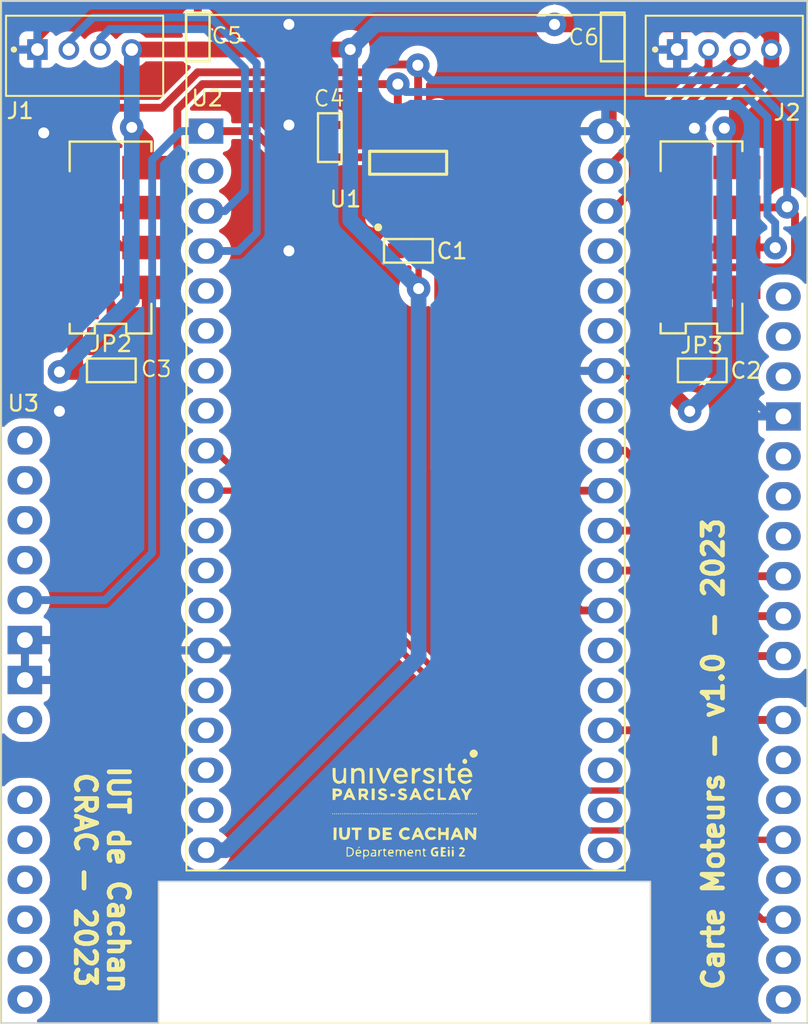
<source format=kicad_pcb>
(kicad_pcb (version 20211014) (generator pcbnew)
  (layers (0 "F.Cu" signal) (31 "B.Cu" signal) (34 "B.Paste" user) (35 "F.Paste" user) (36 "B.SilkS" user "B.Silkscreen") (37 "F.SilkS" user "F.Silkscreen") (38 "B.Mask" user) (39 "F.Mask" user) (44 "Edge.Cuts" user))
  (net 0 "")
  (net 1 "GND")
  (net 2 "+5V")
  (net 3 "/CAN_L")
  (net 4 "/CAN_H")
  (net 5 "/TX CAN")
  (net 6 "/RX CAN")
  (net 18 "+3V3")
  (net 19 "/M1 INA")
  (net 20 "/MOTD_CHA")
  (net 21 "/MOTD_CHB")
  (net 22 "/M1 INB")
  (net 23 "/M1PWM")
  (net 25 "/M1EN_DIAG")
  (net 26 "/M2INA")
  (net 27 "/M2INB")
  (net 28 "/M2PWM")
  (net 29 "/M2EN_DIAG")
  (net 35 "/MOTG_CHA")
  (net 36 "/MOTG_CHB")
  (footprint "Gamel_Trophy_v4re1.IntLib:0603-C" (layer "F.Cu") (at 147.74 78.41 -90)
    (fp_text reference "C4" (at -1.9 1.1 unlocked) (layer "F.SilkS") (effects (font (thickness 0.125)) (justify left bottom)))
    (fp_text value "100nF" hide)
    (pad "1" smd rect locked (at -0.799996 0.000003 270) (size 1 0.95) (layers "F.Cu" "F.Paste" "F.Mask") (net 1 "GND"))
    (pad "2" smd rect locked (at 0.800001 0.000003 270) (size 1 0.95) (layers "F.Cu" "F.Paste" "F.Mask") (net 18 "+3V3"))
  )
  (footprint "GROVE:SEEED_110990030" (layer "F.Cu") (at 172.84 72.81)
    (fp_text reference "J2" (at 4 4) (layer "F.SilkS"))
    (fp_text value "Autocom4" hide)
    (pad "1" thru_hole rect (at -3 0) (size 1.308 1.308) (drill 0.8) (layers *.Cu *.Mask) (net 1 "GND"))
    (pad "2" thru_hole circle (at -1 0) (size 1.308 1.308) (drill 0.8) (layers *.Cu *.Mask) (net 20 "/MOTD_CHA"))
    (pad "3" thru_hole circle (at 1 0) (size 1.308 1.308) (drill 0.8) (layers *.Cu *.Mask) (net 21 "/MOTD_CHB"))
    (pad "4" thru_hole circle (at 3 0) (size 1.308 1.308) (drill 0.8) (layers *.Cu *.Mask) (net 2 "+5V"))
  )
  (footprint "Gamel_Trophy_v4re1.IntLib:0603-C" (layer "F.Cu") (at 139.34 72.01 -90)
    (fp_text reference "C5" (at 0.5 -0.8 unlocked) (layer "F.SilkS") (effects (font (thickness 0.125)) (justify left bottom)))
    (fp_text value "100nF" hide)
    (pad "1" smd rect locked (at -0.799996 0.000003 270) (size 1 0.95) (layers "F.Cu" "F.Paste" "F.Mask") (net 1 "GND"))
    (pad "2" smd rect locked (at 0.800001 0.000003 270) (size 1 0.95) (layers "F.Cu" "F.Paste" "F.Mask") (net 2 "+5V"))
  )
  (footprint "FootprintGe2:MODULE_ESP32-DEVKITC-32D" (layer "F.Cu") (at 152.5675 97.76)
    (fp_text reference "U2" (at -12.6275 -21.85) (layer "F.SilkS") (effects (font (size 1.000386 1.000386))))
    (fp_text value "ESP32-DEVKITC-32D" hide)
    (pad "1" thru_hole rect locked (at -12.7 -19.76) (size 2.2 1.6) (drill 1.04) (layers *.Cu *.Mask) (net 18 "+3V3"))
    (pad "2" thru_hole oval locked (at -12.7 -17.22) (size 2.2 1.6) (drill 1.04) (layers *.Cu *.Mask))
    (pad "3" thru_hole oval locked (at -12.7 -14.68) (size 2.2 1.6) (drill 1.04) (layers *.Cu *.Mask) (net 36 "/MOTG_CHB"))
    (pad "4" thru_hole oval locked (at -12.7 -12.14) (size 2.2 1.6) (drill 1.04) (layers *.Cu *.Mask) (net 35 "/MOTG_CHA"))
    (pad "5" thru_hole oval locked (at -12.7 -9.6) (size 2.2 1.6) (drill 1.04) (layers *.Cu *.Mask))
    (pad "6" thru_hole oval locked (at -12.7 -7.06) (size 2.2 1.6) (drill 1.04) (layers *.Cu *.Mask))
    (pad "7" thru_hole oval locked (at -12.7 -4.52) (size 2.2 1.6) (drill 1.04) (layers *.Cu *.Mask))
    (pad "8" thru_hole oval locked (at -12.7 -1.98) (size 2.2 1.6) (drill 1.04) (layers *.Cu *.Mask))
    (pad "9" thru_hole oval locked (at -12.7 0.56) (size 2.2 1.6) (drill 1.04) (layers *.Cu *.Mask) (net 22 "/M1 INB"))
    (pad "10" thru_hole oval locked (at -12.7 3.1) (size 2.2 1.6) (drill 1.04) (layers *.Cu *.Mask) (net 19 "/M1 INA"))
    (pad "11" thru_hole oval locked (at -12.7 5.64) (size 2.2 1.6) (drill 1.04) (layers *.Cu *.Mask))
    (pad "12" thru_hole oval locked (at -12.7 8.18) (size 2.2 1.6) (drill 1.04) (layers *.Cu *.Mask))
    (pad "13" thru_hole oval locked (at -12.7 10.72) (size 2.2 1.6) (drill 1.04) (layers *.Cu *.Mask))
    (pad "14" thru_hole oval locked (at -12.7 13.26) (size 2.2 1.6) (drill 1.04) (layers *.Cu *.Mask) (net 1 "GND"))
    (pad "15" thru_hole oval locked (at -12.7 15.8) (size 2.2 1.6) (drill 1.04) (layers *.Cu *.Mask))
    (pad "16" thru_hole oval locked (at -12.7 18.34) (size 2.2 1.6) (drill 1.04) (layers *.Cu *.Mask))
    (pad "17" thru_hole oval locked (at -12.7 20.88) (size 2.2 1.6) (drill 1.04) (layers *.Cu *.Mask))
    (pad "18" thru_hole oval locked (at -12.7 23.42) (size 2.2 1.6) (drill 1.04) (layers *.Cu *.Mask))
    (pad "19" thru_hole oval locked (at -12.7 25.96) (size 2.2 1.6) (drill 1.04) (layers *.Cu *.Mask) (net 2 "+5V"))
    (pad "20" thru_hole oval locked (at 12.7 -19.76) (size 2.2 1.6) (drill 1.04) (layers *.Cu *.Mask) (net 1 "GND"))
    (pad "21" thru_hole oval locked (at 12.7 -17.22) (size 2.2 1.6) (drill 1.04) (layers *.Cu *.Mask) (net 20 "/MOTD_CHA"))
    (pad "22" thru_hole oval locked (at 12.7 -14.68) (size 2.2 1.6) (drill 1.04) (layers *.Cu *.Mask) (net 21 "/MOTD_CHB"))
    (pad "23" thru_hole oval locked (at 12.7 -12.14) (size 2.2 1.6) (drill 1.04) (layers *.Cu *.Mask))
    (pad "24" thru_hole oval locked (at 12.7 -9.6) (size 2.2 1.6) (drill 1.04) (layers *.Cu *.Mask))
    (pad "25" thru_hole oval locked (at 12.7 -7.06) (size 2.2 1.6) (drill 1.04) (layers *.Cu *.Mask))
    (pad "26" thru_hole oval locked (at 12.7 -4.52) (size 2.2 1.6) (drill 1.04) (layers *.Cu *.Mask) (net 1 "GND"))
    (pad "27" thru_hole oval locked (at 12.7 -1.98) (size 2.2 1.6) (drill 1.04) (layers *.Cu *.Mask))
    (pad "28" thru_hole oval locked (at 12.7 0.56) (size 2.2 1.6) (drill 1.04) (layers *.Cu *.Mask) (net 28 "/M2PWM"))
    (pad "29" thru_hole oval locked (at 12.7 3.1) (size 2.2 1.6) (drill 1.04) (layers *.Cu *.Mask) (net 5 "/TX CAN"))
    (pad "30" thru_hole oval locked (at 12.7 5.64) (size 2.2 1.6) (drill 1.04) (layers *.Cu *.Mask) (net 23 "/M1PWM"))
    (pad "31" thru_hole oval locked (at 12.7 8.18) (size 2.2 1.6) (drill 1.04) (layers *.Cu *.Mask) (net 27 "/M2INB"))
    (pad "32" thru_hole oval locked (at 12.7 10.72) (size 2.2 1.6) (drill 1.04) (layers *.Cu *.Mask) (net 6 "/RX CAN"))
    (pad "33" thru_hole oval locked (at 12.7 13.26) (size 2.2 1.6) (drill 1.04) (layers *.Cu *.Mask))
    (pad "34" thru_hole oval locked (at 12.7 15.8) (size 2.2 1.6) (drill 1.04) (layers *.Cu *.Mask))
    (pad "35" thru_hole oval locked (at 12.7 18.34) (size 2.2 1.6) (drill 1.04) (layers *.Cu *.Mask) (net 26 "/M2INA"))
    (pad "36" thru_hole oval locked (at 12.7 20.88) (size 2.2 1.6) (drill 1.04) (layers *.Cu *.Mask))
    (pad "37" thru_hole oval locked (at 12.7 23.42) (size 2.2 1.6) (drill 1.04) (layers *.Cu *.Mask))
    (pad "38" thru_hole oval locked (at 12.7 25.96) (size 2.2 1.6) (drill 1.04) (layers *.Cu *.Mask))
  )
  (footprint "new:logo" (layer "F.Cu") (at 152.54 121.71)
    (fp_text reference "G***" hide)
    (fp_text value "LOGO" hide)
  )
  (footprint "C:_ProgramData_Altium_Altium Designer {91CCA5E7-F8A9-4A8E-AA86-1D88F44FA42C}_VaultsFileCache_B7D15EC3-160A-466F-A46C-7801FE6295A7_FB88017A-93AF-48E0-A4ED-AC0901C9B691_Released_FP-C04-057-SN-IPC_A.PcbLib_FP-C04-057-SN-IPC_A" (layer "F.Cu") (at 152.725 80.01 90)
    (fp_text reference "U1" (at -2.9 -5.085 unlocked) (layer "F.SilkS") (effects (justify left bottom)))
    (fp_text value "MCP2562FDT-E/SN" hide)
    (pad "1" smd rect locked (at -2.417531 -1.905 90) (size 2.377069 0.622132) (layers "F.Cu" "F.Paste" "F.Mask") (net 5 "/TX CAN"))
    (pad "2" smd roundrect locked (at -2.417531 -0.635 90) (size 2.377069 0.622132) (layers "F.Cu" "F.Paste" "F.Mask") (roundrect_rratio 0.5) (net 1 "GND"))
    (pad "3" smd roundrect locked (at -2.417531 0.635 90) (size 2.377069 0.622132) (layers "F.Cu" "F.Paste" "F.Mask") (roundrect_rratio 0.5) (net 2 "+5V"))
    (pad "4" smd roundrect locked (at -2.417531 1.905 90) (size 2.377069 0.622132) (layers "F.Cu" "F.Paste" "F.Mask") (roundrect_rratio 0.5) (net 6 "/RX CAN"))
    (pad "5" smd roundrect locked (at 2.417531 1.905 90) (size 2.377069 0.622132) (layers "F.Cu" "F.Paste" "F.Mask") (roundrect_rratio 0.5) (net 18 "+3V3"))
    (pad "6" smd roundrect locked (at 2.417531 0.635 90) (size 2.377069 0.622132) (layers "F.Cu" "F.Paste" "F.Mask") (roundrect_rratio 0.5) (net 3 "/CAN_L"))
    (pad "7" smd roundrect locked (at 2.417531 -0.635 90) (size 2.377069 0.622132) (layers "F.Cu" "F.Paste" "F.Mask") (roundrect_rratio 0.5) (net 4 "/CAN_H"))
    (pad "8" smd roundrect locked (at 2.417531 -1.905 90) (size 2.377069 0.622132) (layers "F.Cu" "F.Paste" "F.Mask") (roundrect_rratio 0.5) (net 1 "GND"))
  )
  (footprint "Gamel_Trophy_v4re1.IntLib:0603-C" (layer "F.Cu") (at 133.84 93.21 180)
    (fp_text reference "C3" (at -1.8 -0.5 unlocked) (layer "F.SilkS") (effects (font (thickness 0.125)) (justify left bottom)))
    (fp_text value "100nF" hide)
    (pad "1" smd rect locked (at -0.799996 0.000003 180) (size 1 0.95) (layers "F.Cu" "F.Paste" "F.Mask") (net 1 "GND"))
    (pad "2" smd rect locked (at 0.800001 0.000003 180) (size 1 0.95) (layers "F.Cu" "F.Paste" "F.Mask") (net 2 "+5V"))
  )
  (footprint "Gamel_Trophy_v4re1.IntLib:0603-C" (layer "F.Cu") (at 165.74 72.01 90)
    (fp_text reference "C6" (at -0.6 -2.9 unlocked) (layer "F.SilkS") (effects (font (thickness 0.125)) (justify left bottom)))
    (fp_text value "100nF" hide)
    (pad "1" smd rect locked (at -0.799996 0.000003 90) (size 1 0.95) (layers "F.Cu" "F.Paste" "F.Mask") (net 1 "GND"))
    (pad "2" smd rect locked (at 0.800001 0.000003 90) (size 1 0.95) (layers "F.Cu" "F.Paste" "F.Mask") (net 2 "+5V"))
  )
  (footprint "micromatch 8P.PcbLib:MM 8 CMS F" (layer "F.Cu") (at 131.54 89.21 -90)
    (fp_text reference "JP2" (at 2.9 -0.8 unlocked) (layer "F.SilkS") (effects (justify left bottom)))
    (fp_text value "Micromatch 8" hide)
    (pad "1" smd rect locked (at 0 0 270) (size 1.5 3) (layers "F.Cu" "F.Paste" "F.Mask") (net 2 "+5V"))
    (pad "2" smd rect locked (at -1.27 -4.500001 270) (size 1.5 3) (layers "F.Cu" "F.Paste" "F.Mask") (net 1 "GND"))
    (pad "3" smd rect locked (at -2.54 0 270) (size 1.5 3) (layers "F.Cu" "F.Paste" "F.Mask") (net 3 "/CAN_L"))
    (pad "4" smd rect locked (at -3.81 -4.500001 270) (size 1.5 3) (layers "F.Cu" "F.Paste" "F.Mask") (net 4 "/CAN_H"))
    (pad "5" smd rect locked (at -5.08 0 270) (size 1.5 3) (layers "F.Cu" "F.Paste" "F.Mask") (net 4 "/CAN_H"))
    (pad "6" smd rect locked (at -6.35 -4.500001 270) (size 1.5 3) (layers "F.Cu" "F.Paste" "F.Mask") (net 3 "/CAN_L"))
    (pad "7" smd rect locked (at -7.62 0 270) (size 1.499997 3) (layers "F.Cu" "F.Paste" "F.Mask") (net 1 "GND"))
    (pad "8" smd rect locked (at -8.89 -4.500001 270) (size 1.499997 3) (layers "F.Cu" "F.Paste" "F.Mask") (net 2 "+5V"))
  )
  (footprint "Gamel_Trophy_v4re1.IntLib:0603-C" (layer "F.Cu") (at 171.44 93.21 180)
    (fp_text reference "C2" (at -1.7 -0.6 unlocked) (layer "F.SilkS") (effects (justify left bottom)))
    (fp_text value "100nF" hide)
    (pad "1" smd rect locked (at -0.799996 0.000003 180) (size 1 0.95) (layers "F.Cu" "F.Paste" "F.Mask") (net 1 "GND"))
    (pad "2" smd rect locked (at 0.800001 0.000003 180) (size 1 0.95) (layers "F.Cu" "F.Paste" "F.Mask") (net 2 "+5V"))
  )
  (footprint "GROVE:SEEED_110990030" (layer "F.Cu") (at 132.14 72.81)
    (fp_text reference "J1" (at -4.1 3.9) (layer "F.SilkS"))
    (fp_text value "Autocom4")
    (pad "1" thru_hole rect (at -3 0) (size 1.308 1.308) (drill 0.8) (layers *.Cu *.Mask) (net 1 "GND"))
    (pad "2" thru_hole circle (at -1 0) (size 1.308 1.308) (drill 0.8) (layers *.Cu *.Mask) (net 35 "/MOTG_CHA"))
    (pad "3" thru_hole circle (at 1 0) (size 1.308 1.308) (drill 0.8) (layers *.Cu *.Mask) (net 36 "/MOTG_CHB"))
    (pad "4" thru_hole circle (at 3 0) (size 1.308 1.308) (drill 0.8) (layers *.Cu *.Mask) (net 2 "+5V"))
  )
  (footprint "micromatch 8P.PcbLib:MM 8 CMS F" (layer "F.Cu") (at 169.139998 89.2 -90)
    (fp_text reference "JP3" (at 3.01 -0.800002 unlocked) (layer "F.SilkS") (effects (justify left bottom)))
    (fp_text value "Micromatch 8" hide)
    (pad "1" smd rect locked (at 0 0 270) (size 1.5 3) (layers "F.Cu" "F.Paste" "F.Mask") (net 2 "+5V"))
    (pad "2" smd rect locked (at -1.27 -4.500002 270) (size 1.5 3) (layers "F.Cu" "F.Paste" "F.Mask") (net 1 "GND"))
    (pad "3" smd rect locked (at -2.54 0 270) (size 1.5 3) (layers "F.Cu" "F.Paste" "F.Mask") (net 3 "/CAN_L"))
    (pad "4" smd rect locked (at -3.81 -4.500002 270) (size 1.5 3) (layers "F.Cu" "F.Paste" "F.Mask") (net 4 "/CAN_H"))
    (pad "5" smd rect locked (at -5.08 0 270) (size 1.5 3) (layers "F.Cu" "F.Paste" "F.Mask") (net 4 "/CAN_H"))
    (pad "6" smd rect locked (at -6.35 -4.500002 270) (size 1.5 3) (layers "F.Cu" "F.Paste" "F.Mask") (net 3 "/CAN_L"))
    (pad "7" smd rect locked (at -7.62 0 270) (size 1.499997 3) (layers "F.Cu" "F.Paste" "F.Mask") (net 1 "GND"))
    (pad "8" smd rect locked (at -8.89 -4.500002 270) (size 1.499997 3) (layers "F.Cu" "F.Paste" "F.Mask") (net 2 "+5V"))
  )
  (footprint "Gamel_Trophy_v4re1.IntLib:0603-C" (layer "F.Cu") (at 152.74 85.609977)
    (fp_text reference "C1" (at 1.7 0.600023 unlocked) (layer "F.SilkS") (effects (justify left bottom)))
    (fp_text value "100nF" hide)
    (pad "1" smd rect locked (at -0.799996 0.000003) (size 1 0.95) (layers "F.Cu" "F.Paste" "F.Mask") (net 1 "GND"))
    (pad "2" smd rect locked (at 0.800001 0.000003) (size 1 0.95) (layers "F.Cu" "F.Paste" "F.Mask") (net 2 "+5V"))
  )
  (footprint "FootprintCRAC:POLOLU-2507" (layer "F.Cu") (at 153.741 105.281 -90)
    (fp_text reference "U3" (at -9.971 25.501 unlocked) (layer "F.SilkS"))
    (fp_text value "POLOLU-2507" hide)
    (pad "1" thru_hole oval (at -7.62 25.4) (size 2.2 1.8) (drill 1) (layers *.Cu *.Mask))
    (pad "2" thru_hole oval (at -5.08 25.4) (size 2.2 1.8) (drill 1) (layers *.Cu *.Mask))
    (pad "3" thru_hole oval (at -2.54 25.4) (size 2.2 1.8) (drill 1) (layers *.Cu *.Mask))
    (pad "4" thru_hole oval (at 0 25.4) (size 2.2 1.8) (drill 1) (layers *.Cu *.Mask))
    (pad "5" thru_hole oval (at 2.54 25.4) (size 2.2 1.8) (drill 1) (layers *.Cu *.Mask) (net 18 "+3V3"))
    (pad "6" thru_hole rect (at 5.08 25.4) (size 2.2 1.8) (drill 1) (layers *.Cu *.Mask) (net 1 "GND"))
    (pad "7" thru_hole rect (at 7.62 25.4) (size 2.2 1.8) (drill 1) (layers *.Cu *.Mask) (net 1 "GND"))
    (pad "8" thru_hole oval (at 10.16 25.4) (size 2.2 1.8) (drill 1) (layers *.Cu *.Mask))
    (pad "9" thru_hole oval (at 15.24 25.4) (size 2.2 1.8) (drill 1) (layers *.Cu *.Mask))
    (pad "10" thru_hole oval (at 17.78 25.4) (size 2.2 1.8) (drill 1) (layers *.Cu *.Mask))
    (pad "11" thru_hole oval (at 20.32 25.4) (size 2.2 1.8) (drill 1) (layers *.Cu *.Mask))
    (pad "12" thru_hole oval (at 22.86 25.4) (size 2.2 1.8) (drill 1) (layers *.Cu *.Mask))
    (pad "13" thru_hole oval (at 25.4 25.4) (size 2.2 1.8) (drill 1) (layers *.Cu *.Mask))
    (pad "14" thru_hole oval (at 27.94 25.4) (size 2.2 1.8) (drill 1) (layers *.Cu *.Mask))
    (pad "15" thru_hole oval (at 27.94 -22.86) (size 2.2 1.8) (drill 1) (layers *.Cu *.Mask))
    (pad "16" thru_hole oval (at 25.4 -22.86) (size 2.2 1.8) (drill 1) (layers *.Cu *.Mask))
    (pad "17" thru_hole oval (at 22.86 -22.86) (size 2.2 1.8) (drill 1) (layers *.Cu *.Mask) (net 19 "/M1 INA"))
    (pad "18" thru_hole oval (at 20.32 -22.86) (size 2.2 1.8) (drill 1) (layers *.Cu *.Mask))
    (pad "19" thru_hole oval (at 17.78 -22.86) (size 2.2 1.8) (drill 1) (layers *.Cu *.Mask) (net 22 "/M1 INB"))
    (pad "20" thru_hole oval (at 15.24 -22.86) (size 2.2 1.8) (drill 1) (layers *.Cu *.Mask))
    (pad "21" thru_hole oval (at 12.7 -22.86) (size 2.2 1.8) (drill 1) (layers *.Cu *.Mask) (net 25 "/M1EN_DIAG"))
    (pad "22" thru_hole oval (at 10.16 -22.86) (size 2.2 1.8) (drill 1) (layers *.Cu *.Mask) (net 26 "/M2INA"))
    (pad "23" thru_hole oval (at 6.1 -22.86) (size 2.2 1.8) (drill 1) (layers *.Cu *.Mask) (net 27 "/M2INB"))
    (pad "24" thru_hole oval (at 3.56 -22.86) (size 2.2 1.8) (drill 1) (layers *.Cu *.Mask) (net 23 "/M1PWM"))
    (pad "25" thru_hole oval (at 1.02 -22.86) (size 2.2 1.8) (drill 1) (layers *.Cu *.Mask) (net 28 "/M2PWM"))
    (pad "26" thru_hole oval (at -1.52 -22.86) (size 2.2 1.8) (drill 1) (layers *.Cu *.Mask))
    (pad "27" thru_hole oval (at -4.06 -22.86) (size 2.2 1.8) (drill 1) (layers *.Cu *.Mask) (net 29 "/M2EN_DIAG"))
    (pad "28" thru_hole oval (at -6.6 -22.86) (size 2.2 1.8) (drill 1) (layers *.Cu *.Mask))
    (pad "29" thru_hole rect (at -9.14 -22.86) (size 2.2 1.8) (drill 1) (layers *.Cu *.Mask) (net 1 "GND"))
    (pad "30" thru_hole oval (at -11.68 -22.86) (size 2.2 1.8) (drill 1) (layers *.Cu *.Mask))
    (pad "31" thru_hole oval (at -14.224 -22.86) (size 2.2 1.8) (drill 1) (layers *.Cu *.Mask))
    (pad "32" thru_hole oval (at -16.764 -22.86) (size 2.2 1.8) (drill 1) (layers *.Cu *.Mask))
  )
  (gr_poly (pts (xy 178.14 134.71) (xy 168.14 134.71) (xy 168.14 125.71) (xy 136.84 125.71) (xy 136.84 134.71) (xy 126.84 134.71) (xy 126.84 69.71) (xy 178.14 69.71)) (layer "Edge.Cuts") (width 0.1) (fill none))
  (gr_text "IUT de Cachan\nCRAC - 2023" (at 133.24 125.61 270) (layer "F.SilkS") (effects (font (size 1.3 1.3) (thickness 0.3))))
  (gr_text "Carte Moteurs - v1.0 - 2023" (at 172.14 117.61 90) (layer "F.SilkS") (effects (font (size 1.3 1.3) (thickness 0.3))))
  (segment (start 165.740003 72.809996) (end 165.740003 77.527497) (width 0.5) (layer "F.Cu") (net 1))
  (segment (start 169.34 98.01) (end 172.102 98.01) (width 0.5) (layer "F.Cu") (net 1))
  (segment (start 158.340004 71.210004) (end 159.939996 72.809996) (width 0.5) (layer "F.Cu") (net 1))
  (segment (start 134.639996 95.810004) (end 134.64 95.810008) (width 0.5) (layer "F.Cu") (net 1))
  (segment (start 159.939996 72.809996) (end 165.740003 72.809996) (width 0.5) (layer "F.Cu") (net 1))
  (segment (start 166.47 93.24) (end 168.44 95.21) (width 0.5) (layer "F.Cu") (net 1))
  (segment (start 152.09 85.459984) (end 151.940004 85.60998) (width 0.5) (layer "F.Cu") (net 1))
  (segment (start 152.940004 71.210004) (end 158.340004 71.210004) (width 0.5) (layer "F.Cu") (net 1))
  (segment (start 170.94 77.81) (end 170.44 77.81) (width 0.5) (layer "F.Cu") (net 1))
  (segment (start 128.341 110.361) (end 134.591 110.361) (width 0.5) (layer "F.Cu") (net 1))
  (segment (start 135.25 111.02) (end 139.8675 111.02) (width 0.5) (layer "F.Cu") (net 1))
  (segment (start 168.44 97.11) (end 169.34 98.01) (width 0.5) (layer "F.Cu") (net 1))
  (segment (start 134.639996 93.209997) (end 134.639996 95.810004) (width 0.5) (layer "F.Cu") (net 1))
  (segment (start 165.740003 77.527497) (end 165.2675 78) (width 0.5) (layer "F.Cu") (net 1))
  (segment (start 129.14 72.11) (end 129.14 72.81) (width 0.5) (layer "F.Cu") (net 1))
  (segment (start 170.44 77.81) (end 169.139998 79.110002) (width 0.5) (layer "F.Cu") (net 1))
  (segment (start 128.341 110.361) (end 128.341 112.901) (width 0.5) (layer "F.Cu") (net 1))
  (segment (start 129.54 78.11) (end 129.54 79.59) (width 0.5) (layer "F.Cu") (net 1))
  (segment (start 139.339997 71.210004) (end 145.139996 71.210004) (width 0.5) (layer "F.Cu") (net 1))
  (segment (start 147.739997 77.610004) (end 145.140004 77.610004) (width 0.5) (layer "F.Cu") (net 1))
  (segment (start 136.040001 91.809992) (end 134.639996 93.209997) (width 0.5) (layer "F.Cu") (net 1))
  (segment (start 134.64 95.810008) (end 134.64 110.31) (width 0.5) (layer "F.Cu") (net 1))
  (segment (start 136.040001 87.94) (end 136.040001 91.809992) (width 0.5) (layer "F.Cu") (net 1))
  (segment (start 145.14002 85.60998) (end 151.940004 85.60998) (width 0.5) (layer "F.Cu") (net 1))
  (segment (start 129.54 79.59) (end 131.54 81.59) (width 0.5) (layer "F.Cu") (net 1))
  (segment (start 173.64 91.809993) (end 172.239996 93.209997) (width 0.5) (layer "F.Cu") (net 1))
  (segment (start 169.139998 79.110002) (end 169.139998 81.58) (width 0.5) (layer "F.Cu") (net 1))
  (segment (start 176.601 96.141) (end 173.971 96.141) (width 0.5) (layer "F.Cu") (net 1))
  (segment (start 130.039996 71.210004) (end 129.14 72.11) (width 0.5) (layer "F.Cu") (net 1))
  (segment (start 165.2675 93.24) (end 166.47 93.24) (width 0.5) (layer "F.Cu") (net 1))
  (segment (start 165.740003 72.809996) (end 169.839996 72.809996) (width 0.5) (layer "F.Cu") (net 1))
  (segment (start 147.739997 77.610004) (end 150.802465 77.610004) (width 0.5) (layer "F.Cu") (net 1))
  (segment (start 139.339997 71.210004) (end 130.039996 71.210004) (width 0.5) (layer "F.Cu") (net 1))
  (segment (start 134.591 110.361) (end 135.25 111.02) (width 0.5) (layer "F.Cu") (net 1))
  (segment (start 130.54 95.81) (end 134.639992 95.81) (width 0.5) (layer "F.Cu") (net 1))
  (segment (start 152.09 82.427531) (end 152.09 85.459984) (width 0.5) (layer "F.Cu") (net 1))
  (segment (start 172.239996 94.409996) (end 172.239996 93.209997) (width 0.5) (layer "F.Cu") (net 1))
  (segment (start 173.971 96.141) (end 172.239996 94.409996) (width 0.5) (layer "F.Cu") (net 1))
  (segment (start 134.639992 95.81) (end 134.639996 95.810004) (width 0.5) (layer "F.Cu") (net 1))
  (segment (start 169.839996 72.809996) (end 169.84 72.81) (width 0.5) (layer "F.Cu") (net 1))
  (segment (start 145.140004 77.610004) (end 145.14 77.61) (width 0.5) (layer "F.Cu") (net 1))
  (segment (start 145.139996 71.210004) (end 152.940004 71.210004) (width 0.5) (layer "F.Cu") (net 1))
  (segment (start 168.44 95.21) (end 168.44 97.11) (width 0.5) (layer "F.Cu") (net 1))
  (segment (start 145.14 85.61) (end 145.14002 85.60998) (width 0.5) (layer "F.Cu") (net 1))
  (segment (start 173.64 87.93) (end 173.64 91.809993) (width 0.5) (layer "F.Cu") (net 1))
  (segment (start 150.802465 77.610004) (end 150.82 77.592469) (width 0.5) (layer "F.Cu") (net 1))
  (segment (start 172.102 98.01) (end 173.971 96.141) (width 0.5) (layer "F.Cu") (net 1))
  (via (at 170.94 77.81) (size 1.5) (drill 0.7) (layers "F.Cu" "B.Cu") (net 1))
  (via (at 129.54 78.11) (size 1.5) (drill 0.7) (layers "F.Cu" "B.Cu") (net 1))
  (via (at 145.139996 71.210004) (size 1.5) (drill 0.7) (layers "F.Cu" "B.Cu") (net 1))
  (via (at 130.54 95.81) (size 1.5) (drill 0.7) (layers "F.Cu" "B.Cu") (net 1))
  (via (at 145.14 85.61) (size 1.5) (drill 0.7) (layers "F.Cu" "B.Cu") (net 1))
  (via (at 145.14 77.61) (size 1.5) (drill 0.7) (layers "F.Cu" "B.Cu") (net 1))
  (segment (start 145.14 71.210008) (end 145.139996 71.210004) (width 0.5) (layer "B.Cu") (net 1))
  (segment (start 165.2675 78) (end 170.75 78) (width 0.5) (layer "B.Cu") (net 1))
  (segment (start 129.29 78.36) (end 129.54 78.11) (width 0.5) (layer "B.Cu") (net 1))
  (segment (start 129.29 94.56) (end 129.29 78.36) (width 0.5) (layer "B.Cu") (net 1))
  (segment (start 129.14 77.71) (end 129.54 78.11) (width 0.5) (layer "B.Cu") (net 1))
  (segment (start 130.54 95.81) (end 129.29 94.56) (width 0.5) (layer "B.Cu") (net 1))
  (segment (start 172.34 76.41) (end 173.81868 76.41) (width 0.5) (layer "B.Cu") (net 1))
  (segment (start 173.81868 76.41) (end 174.44 77.03132) (width 0.5) (layer "B.Cu") (net 1))
  (segment (start 175.771 96.141) (end 176.601 96.141) (width 0.5) (layer "B.Cu") (net 1))
  (segment (start 174.44 77.03132) (end 174.44 94.81) (width 0.5) (layer "B.Cu") (net 1))
  (segment (start 170.75 78) (end 170.94 77.81) (width 0.5) (layer "B.Cu") (net 1))
  (segment (start 129.14 72.81) (end 129.14 77.71) (width 0.5) (layer "B.Cu") (net 1))
  (segment (start 145.14 77.61) (end 145.14 85.61) (width 0.5) (layer "B.Cu") (net 1))
  (segment (start 174.44 94.81) (end 175.771 96.141) (width 0.5) (layer "B.Cu") (net 1))
  (segment (start 170.94 77.81) (end 172.34 76.41) (width 0.5) (layer "B.Cu") (net 1))
  (segment (start 145.14 77.61) (end 145.14 71.210008) (width 0.5) (layer "B.Cu") (net 1))
  (segment (start 169.239993 93.209997) (end 169.139998 93.110002) (width 1) (layer "F.Cu") (net 2))
  (segment (start 153.3905 88.01) (end 153.3905 85.759481) (width 0.4) (layer "F.Cu") (net 2))
  (segment (start 169.139998 94.309998) (end 170.64 95.81) (width 1) (layer "F.Cu") (net 2))
  (segment (start 153.36 82.427531) (end 153.36 85.429979) (width 0.5) (layer "F.Cu") (net 2))
  (segment (start 169.139998 93.110002) (end 169.139998 94.309998) (width 1) (layer "F.Cu") (net 2))
  (segment (start 131.54 93.31) (end 132.939996 93.31) (width 1) (layer "F.Cu") (net 2))
  (segment (start 136.040001 78.659501) (end 135.14 77.7595) (width 1) (layer "F.Cu") (net 2))
  (segment (start 131.54 89.21) (end 131.54 93.31) (width 1) (layer "F.Cu") (net 2))
  (segment (start 132.939996 93.31) (end 133.039999 93.209997) (width 1) (layer "F.Cu") (net 2))
  (segment (start 165.740003 71.209999) (end 162.04 71.21) (width 1) (layer "F.Cu") (net 2))
  (segment (start 175.84 74.11) (end 175.84 72.81) (width 1) (layer "F.Cu") (net 2))
  (segment (start 173.64 80.31) (end 173.64 77.81) (width 1) (layer "F.Cu") (net 2))
  (segment (start 175.84 71.91) (end 175.84 72.81) (width 1) (layer "F.Cu") (net 2))
  (segment (start 136.040001 80.32) (end 136.040001 78.659501) (width 1) (layer "F.Cu") (net 2))
  (segment (start 173.64 76.31) (end 175.84 74.11) (width 1) (layer "F.Cu") (net 2))
  (segment (start 131.54 93.31) (end 130.54 93.31) (width 1) (layer "F.Cu") (net 2))
  (segment (start 169.139998 89.2) (end 169.139998 93.110002) (width 1) (layer "F.Cu") (net 2))
  (segment (start 175.139999 71.209999) (end 175.84 71.91) (width 1) (layer "F.Cu") (net 2))
  (segment (start 153.3905 85.759481) (end 153.540001 85.60998) (width 0.4) (layer "F.Cu") (net 2))
  (segment (start 172.84 77.81) (end 173.64 77.81) (width 1) (layer "F.Cu") (net 2))
  (segment (start 170.639999 93.209997) (end 169.239993 93.209997) (width 1) (layer "F.Cu") (net 2))
  (segment (start 153.36 85.429979) (end 153.540001 85.60998) (width 0.5) (layer "F.Cu") (net 2))
  (segment (start 165.740003 71.209999) (end 175.139999 71.209999) (width 1) (layer "F.Cu") (net 2))
  (segment (start 135.14 72.81) (end 149.04 72.81) (width 1) (layer "F.Cu") (net 2))
  (segment (start 173.64 77.81) (end 173.64 76.31) (width 1) (layer "F.Cu") (net 2))
  (via (at 153.3905 88.01) (size 1.5) (drill 0.7) (layers "F.Cu" "B.Cu") (net 2))
  (via (at 172.84 77.81) (size 1.5) (drill 0.7) (layers "F.Cu" "B.Cu") (net 2))
  (via (at 170.64 95.81) (size 1.5) (drill 0.7) (layers "F.Cu" "B.Cu") (net 2))
  (via (at 149.04 72.81) (size 1.5) (drill 0.7) (layers "F.Cu" "B.Cu") (net 2))
  (via (at 135.14 77.7595) (size 1.5) (drill 0.7) (layers "F.Cu" "B.Cu") (net 2))
  (via (at 130.54 93.31) (size 1.5) (drill 0.7) (layers "F.Cu" "B.Cu") (net 2))
  (via (at 162.04 71.21) (size 1.5) (drill 0.7) (layers "F.Cu" "B.Cu") (net 2))
  (segment (start 149.04 83.6595) (end 153.3905 88.01) (width 1) (layer "B.Cu") (net 2))
  (segment (start 141.13 123.72) (end 139.8675 123.72) (width 1) (layer "B.Cu") (net 2))
  (segment (start 153.3905 111.4595) (end 141.13 123.72) (width 1) (layer "B.Cu") (net 2))
  (segment (start 150.64 71.21) (end 149.04 72.81) (width 1) (layer "B.Cu") (net 2))
  (segment (start 162.04 71.21) (end 150.64 71.21) (width 1) (layer "B.Cu") (net 2))
  (segment (start 135.14 77.7595) (end 135.14 88.71) (width 1) (layer "B.Cu") (net 2))
  (segment (start 135.14 72.81) (end 135.14 77.7595) (width 1) (layer "B.Cu") (net 2))
  (segment (start 153.3905 88.01) (end 153.3905 111.4595) (width 1) (layer "B.Cu") (net 2))
  (segment (start 135.14 88.71) (end 130.54 93.31) (width 1) (layer "B.Cu") (net 2))
  (segment (start 172.84 77.81) (end 172.84 93.61) (width 1) (layer "B.Cu") (net 2))
  (segment (start 149.04 72.81) (end 149.04 83.6595) (width 1) (layer "B.Cu") (net 2))
  (segment (start 172.84 93.61) (end 170.64 95.81) (width 1) (layer "B.Cu") (net 2))
  (segment (start 177.34 83.31) (end 177.34 86.01) (width 0.5) (layer "F.Cu") (net 3))
  (segment (start 129.5 86.67) (end 131.54 86.67) (width 0.5) (layer "F.Cu") (net 3))
  (segment (start 128.24 85.41) (end 129.5 86.67) (width 0.5) (layer "F.Cu") (net 3))
  (segment (start 137.07934 76.51) (end 129.34 76.51) (width 0.5) (layer "F.Cu") (net 3))
  (segment (start 128.29 82.86) (end 136.040001 82.86) (width 0.5) (layer "F.Cu") (net 3))
  (segment (start 150.24 74.26) (end 139.32934 74.26) (width 0.5) (layer "F.Cu") (net 3))
  (segment (start 153.34 73.81) (end 153.341294 73.808706) (width 0.5) (layer "F.Cu") (net 3))
  (segment (start 173.64 82.85) (end 176.88 82.85) (width 0.5) (layer "F.Cu") (net 3))
  (segment (start 153.36 73.83) (end 153.34 73.81) (width 0.5) (layer "F.Cu") (net 3))
  (segment (start 129.34 76.51) (end 128.24 77.61) (width 0.5) (layer "F.Cu") (net 3))
  (segment (start 128.24 77.61) (end 128.24 85.41) (width 0.5) (layer "F.Cu") (net 3))
  (segment (start 139.32934 74.26) (end 137.07934 76.51) (width 0.5) (layer "F.Cu") (net 3))
  (segment (start 153.36 77.592469) (end 153.36 73.83) (width 0.5) (layer "F.Cu") (net 3))
  (segment (start 153.341294 73.808706) (end 153.34137 73.808706) (width 0.5) (layer "F.Cu") (net 3))
  (segment (start 176.69 86.66) (end 169.139998 86.66) (width 0.5) (layer "F.Cu") (net 3))
  (segment (start 177.34 86.01) (end 176.69 86.66) (width 0.5) (layer "F.Cu") (net 3))
  (segment (start 176.88 82.85) (end 177.34 83.31) (width 0.5) (layer "F.Cu") (net 3))
  (segment (start 150.74 73.76) (end 150.24 74.26) (width 0.5) (layer "F.Cu") (net 3))
  (segment (start 153.292664 73.76) (end 150.74 73.76) (width 0.5) (layer "F.Cu") (net 3))
  (segment (start 153.34137 73.808706) (end 153.292664 73.76) (width 0.5) (layer "F.Cu") (net 3))
  (via (at 176.84 82.81) (size 1.5) (drill 0.7) (layers "F.Cu" "B.Cu") (net 3))
  (via (at 153.34137 73.808706) (size 1.5) (drill 0.7) (layers "F.Cu" "B.Cu") (net 3))
  (segment (start 153.34137 73.808706) (end 153.34137 73.91137) (width 0.5) (layer "B.Cu") (net 3))
  (segment (start 176.84 77.31) (end 176.84 82.81) (width 0.5) (layer "B.Cu") (net 3))
  (segment (start 154.19 74.76) (end 174.29 74.76) (width 0.5) (layer "B.Cu") (net 3))
  (segment (start 153.34137 73.91137) (end 154.19 74.76) (width 0.5) (layer "B.Cu") (net 3))
  (segment (start 174.29 74.76) (end 176.84 77.31) (width 0.5) (layer "B.Cu") (net 3))
  (segment (start 138.04 84.91) (end 137.55 85.4) (width 0.5) (layer "F.Cu") (net 4))
  (segment (start 137.55 85.4) (end 136.040001 85.4) (width 0.5) (layer "F.Cu") (net 4))
  (segment (start 138.04 76.61) (end 138.04 84.91) (width 0.5) (layer "F.Cu") (net 4))
  (segment (start 136.040001 85.4) (end 134.53 85.4) (width 0.5) (layer "F.Cu") (net 4))
  (segment (start 176.08172 85.36828) (end 176.08172 85.4105) (width 0.5) (layer "F.Cu") (net 4))
  (segment (start 139.64 75.01) (end 138.04 76.61) (width 0.5) (layer "F.Cu") (net 4))
  (segment (start 176.06 85.39) (end 176.24 85.21) (width 0.5) (layer "F.Cu") (net 4))
  (segment (start 173.64 85.39) (end 176.06 85.39) (width 0.5) (layer "F.Cu") (net 4))
  (segment (start 152.0695 75.01) (end 139.64 75.01) (width 0.5) (layer "F.Cu") (net 4))
  (segment (start 173.64 85.39) (end 172.02 85.39) (width 0.5) (layer "F.Cu") (net 4))
  (segment (start 176.24 85.21) (end 176.08172 85.36828) (width 0.5) (layer "F.Cu") (net 4))
  (segment (start 133.26 84.13) (end 131.54 84.13) (width 0.5) (layer "F.Cu") (net 4))
  (segment (start 134.53 85.4) (end 133.26 84.13) (width 0.5) (layer "F.Cu") (net 4))
  (segment (start 172.02 85.39) (end 170.75 84.12) (width 0.5) (layer "F.Cu") (net 4))
  (segment (start 170.75 84.12) (end 169.139998 84.12) (width 0.5) (layer "F.Cu") (net 4))
  (segment (start 152.0695 75.01) (end 152.0695 77.571969) (width 0.5) (layer "F.Cu") (net 4))
  (segment (start 152.0695 77.571969) (end 152.09 77.592469) (width 0.5) (layer "F.Cu") (net 4))
  (via (at 176.08172 85.4105) (size 1.5) (drill 0.7) (layers "F.Cu" "B.Cu") (net 4))
  (via (at 152.0695 75.01) (size 1.5) (drill 0.7) (layers "F.Cu" "B.Cu") (net 4))
  (segment (start 175.59 83.327767) (end 175.59 77.12066) (width 0.5) (layer "B.Cu") (net 4))
  (segment (start 175.59 77.12066) (end 173.97934 75.51) (width 0.5) (layer "B.Cu") (net 4))
  (segment (start 152.5695 75.51) (end 152.0695 75.01) (width 0.5) (layer "B.Cu") (net 4))
  (segment (start 176.08172 85.4105) (end 176.08172 83.819487) (width 0.5) (layer "B.Cu") (net 4))
  (segment (start 176.08172 83.819487) (end 175.59 83.327767) (width 0.5) (layer "B.Cu") (net 4))
  (segment (start 173.97934 75.51) (end 152.5695 75.51) (width 0.5) (layer "B.Cu") (net 4))
  (segment (start 151.14 80.41) (end 155.54 80.41) (width 0.5) (layer "F.Cu") (net 5))
  (segment (start 162.29 100.86) (end 165.2675 100.86) (width 0.5) (layer "F.Cu") (net 5))
  (segment (start 157.14 82.01) (end 157.14 95.71) (width 0.5) (layer "F.Cu") (net 5))
  (segment (start 150.82 80.73) (end 151.14 80.41) (width 0.5) (layer "F.Cu") (net 5))
  (segment (start 150.82 82.427531) (end 150.82 80.73) (width 0.5) (layer "F.Cu") (net 5))
  (segment (start 155.54 80.41) (end 157.14 82.01) (width 0.5) (layer "F.Cu") (net 5))
  (segment (start 157.14 95.71) (end 162.29 100.86) (width 0.5) (layer "F.Cu") (net 5))
  (segment (start 154.64 99.41) (end 154.64 82.437531) (width 0.5) (layer "F.Cu") (net 6))
  (segment (start 154.64 82.437531) (end 154.63 82.427531) (width 0.5) (layer "F.Cu") (net 6))
  (segment (start 165.2675 108.48) (end 163.71 108.48) (width 0.5) (layer "F.Cu") (net 6))
  (segment (start 163.71 108.48) (end 154.64 99.41) (width 0.5) (layer "F.Cu") (net 6))
  (segment (start 142.93 78) (end 139.8675 78) (width 0.5) (layer "F.Cu") (net 18))
  (segment (start 154.63 77.592469) (end 154.63 78.92) (width 0.5) (layer "F.Cu") (net 18))
  (segment (start 154.63 78.92) (end 153.89 79.66) (width 0.5) (layer "F.Cu") (net 18))
  (segment (start 144.59 79.66) (end 142.93 78) (width 0.5) (layer "F.Cu") (net 18))
  (segment (start 153.89 79.66) (end 144.59 79.66) (width 0.5) (layer "F.Cu") (net 18))
  (segment (start 128.341 107.821) (end 133.429 107.821) (width 0.5) (layer "B.Cu") (net 18))
  (segment (start 136.44 79.81) (end 138.25 78) (width 0.5) (layer "B.Cu") (net 18))
  (segment (start 136.44 104.81) (end 136.44 79.81) (width 0.5) (layer "B.Cu") (net 18))
  (segment (start 138.25 78) (end 139.8675 78) (width 0.5) (layer "B.Cu") (net 18))
  (segment (start 133.429 107.821) (end 136.44 104.81) (width 0.5) (layer "B.Cu") (net 18))
  (segment (start 175.271 128.141) (end 169.6 122.47) (width 0.4) (layer "F.Cu") (net 19))
  (segment (start 163.7 122.47) (end 142.09 100.86) (width 0.4) (layer "F.Cu") (net 19))
  (segment (start 169.6 122.47) (end 163.7 122.47) (width 0.4) (layer "F.Cu") (net 19))
  (segment (start 142.09 100.86) (end 139.8675 100.86) (width 0.4) (layer "F.Cu") (net 19))
  (segment (start 176.601 128.141) (end 175.271 128.141) (width 0.4) (layer "F.Cu") (net 19))
  (segment (start 171.84 72.81) (end 171.84 73.91) (width 0.5) (layer "F.Cu") (net 20))
  (segment (start 171.84 73.91) (end 165.2675 80.4825) (width 0.5) (layer "F.Cu") (net 20))
  (segment (start 165.2675 80.4825) (end 165.2675 80.54) (width 0.5) (layer "F.Cu") (net 20))
  (segment (start 167.0175 79.79316) (end 167.0175 81.7325) (width 0.5) (layer "F.Cu") (net 21))
  (segment (start 173.84 72.97066) (end 167.0175 79.79316) (width 0.5) (layer "F.Cu") (net 21))
  (segment (start 165.67 83.08) (end 165.2675 83.08) (width 0.5) (layer "F.Cu") (net 21))
  (segment (start 173.84 72.81) (end 173.84 72.97066) (width 0.5) (layer "F.Cu") (net 21))
  (segment (start 167.0175 81.7325) (end 165.67 83.08) (width 0.5) (layer "F.Cu") (net 21))
  (segment (start 172.191 123.061) (end 169.06 119.93) (width 0.4) (layer "F.Cu") (net 22))
  (segment (start 176.601 123.061) (end 172.191 123.061) (width 0.4) (layer "F.Cu") (net 22))
  (segment (start 140.469238 98.32) (end 139.8675 98.32) (width 0.4) (layer "F.Cu") (net 22))
  (segment (start 162.079238 119.93) (end 140.469238 98.32) (width 0.4) (layer "F.Cu") (net 22))
  (segment (start 169.06 119.93) (end 162.079238 119.93) (width 0.4) (layer "F.Cu") (net 22))
  (segment (start 165.2675 103.4) (end 168.63 103.4) (width 0.5) (layer "F.Cu") (net 23))
  (segment (start 168.63 103.4) (end 174.071 108.841) (width 0.5) (layer "F.Cu") (net 23))
  (segment (start 174.071 108.841) (end 176.601 108.841) (width 0.5) (layer "F.Cu") (net 23))
  (segment (start 170.95 116.1) (end 171.609 115.441) (width 0.5) (layer "F.Cu") (net 26))
  (segment (start 171.609 115.441) (end 176.601 115.441) (width 0.5) (layer "F.Cu") (net 26))
  (segment (start 165.2675 116.1) (end 170.95 116.1) (width 0.5) (layer "F.Cu") (net 26))
  (segment (start 173.911 111.381) (end 176.601 111.381) (width 0.5) (layer "F.Cu") (net 27))
  (segment (start 168.47 105.94) (end 173.911 111.381) (width 0.5) (layer "F.Cu") (net 27))
  (segment (start 165.2675 105.94) (end 168.47 105.94) (width 0.5) (layer "F.Cu") (net 27))
  (segment (start 166.55 98.32) (end 174.531 106.301) (width 0.5) (layer "F.Cu") (net 28))
  (segment (start 165.2675 98.32) (end 166.55 98.32) (width 0.5) (layer "F.Cu") (net 28))
  (segment (start 174.531 106.301) (end 176.601 106.301) (width 0.5) (layer "F.Cu") (net 28))
  (segment (start 141.93 85.62) (end 139.8675 85.62) (width 0.5) (layer "B.Cu") (net 35))
  (segment (start 143.09 84.46) (end 141.93 85.62) (width 0.5) (layer "B.Cu") (net 35))
  (segment (start 131.14 72.81) (end 131.14 72.31) (width 0.5) (layer "B.Cu") (net 35))
  (segment (start 132.69 70.76) (end 140.15066 70.76) (width 0.5) (layer "B.Cu") (net 35))
  (segment (start 143.09 73.69934) (end 143.09 84.46) (width 0.5) (layer "B.Cu") (net 35))
  (segment (start 131.14 72.31) (end 132.69 70.76) (width 0.5) (layer "B.Cu") (net 35))
  (segment (start 140.15066 70.76) (end 143.09 73.69934) (width 0.5) (layer "B.Cu") (net 35))
  (segment (start 133.74 71.51) (end 139.84 71.51) (width 0.5) (layer "B.Cu") (net 36))
  (segment (start 133.14 72.81) (end 133.14 72.11) (width 0.5) (layer "B.Cu") (net 36))
  (segment (start 141.07 83.08) (end 139.8675 83.08) (width 0.5) (layer "B.Cu") (net 36))
  (segment (start 142.34 81.81) (end 141.07 83.08) (width 0.5) (layer "B.Cu") (net 36))
  (segment (start 139.84 71.51) (end 142.34 74.01) (width 0.5) (layer "B.Cu") (net 36))
  (segment (start 133.14 72.11) (end 133.74 71.51) (width 0.5) (layer "B.Cu") (net 36))
  (segment (start 142.34 74.01) (end 142.34 81.81) (width 0.5) (layer "B.Cu") (net 36))
  (zone (net 1) (net_name "GND") (layers F&B.Cu) (connect_pads (clearance 0)) (min_thickness 0.254) (fill yes (thermal_gap 0.508) (thermal_bridge_width 0.508))
    (polygon (pts (xy 178.14 134.71) (xy 168.14 134.71) (xy 168.14 125.71) (xy 136.84 125.71) (xy 136.84 134.71) (xy 126.84 134.71) (xy 126.84 69.71) (xy 178.14 69.71)))
  )
)
</source>
